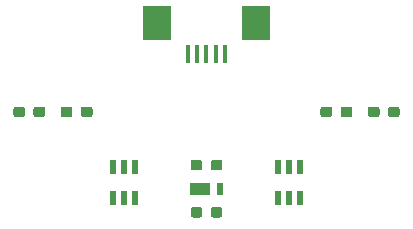
<source format=gtp>
G04 #@! TF.GenerationSoftware,KiCad,Pcbnew,(5.1.9-0-10_14)*
G04 #@! TF.CreationDate,2021-07-10T20:50:17+09:00*
G04 #@! TF.ProjectId,TouchSwitch,546f7563-6853-4776-9974-63682e6b6963,V1.0*
G04 #@! TF.SameCoordinates,Original*
G04 #@! TF.FileFunction,Paste,Top*
G04 #@! TF.FilePolarity,Positive*
%FSLAX46Y46*%
G04 Gerber Fmt 4.6, Leading zero omitted, Abs format (unit mm)*
G04 Created by KiCad (PCBNEW (5.1.9-0-10_14)) date 2021-07-10 20:50:17*
%MOMM*%
%LPD*%
G01*
G04 APERTURE LIST*
%ADD10R,0.500000X1.300000*%
%ADD11R,0.400000X1.600000*%
%ADD12R,2.400000X3.000000*%
%ADD13R,1.800000X1.000000*%
%ADD14R,0.600000X1.000000*%
G04 APERTURE END LIST*
D10*
X7950000Y-16700000D03*
X7000000Y-16700000D03*
X6050000Y-16700000D03*
X6050000Y-19300000D03*
X7950000Y-19300000D03*
X7000000Y-19300000D03*
X-6050000Y-16700000D03*
X-7000000Y-16700000D03*
X-7950000Y-16700000D03*
X-7950000Y-19300000D03*
X-6050000Y-19300000D03*
X-7000000Y-19300000D03*
G36*
G01*
X12350000Y-11775000D02*
X12350000Y-12225000D01*
G75*
G02*
X12125000Y-12450000I-225000J0D01*
G01*
X11575000Y-12450000D01*
G75*
G02*
X11350000Y-12225000I0J225000D01*
G01*
X11350000Y-11775000D01*
G75*
G02*
X11575000Y-11550000I225000J0D01*
G01*
X12125000Y-11550000D01*
G75*
G02*
X12350000Y-11775000I0J-225000D01*
G01*
G37*
G36*
G01*
X10650000Y-11775000D02*
X10650000Y-12225000D01*
G75*
G02*
X10425000Y-12450000I-225000J0D01*
G01*
X9875000Y-12450000D01*
G75*
G02*
X9650000Y-12225000I0J225000D01*
G01*
X9650000Y-11775000D01*
G75*
G02*
X9875000Y-11550000I225000J0D01*
G01*
X10425000Y-11550000D01*
G75*
G02*
X10650000Y-11775000I0J-225000D01*
G01*
G37*
G36*
G01*
X-12350000Y-12225000D02*
X-12350000Y-11775000D01*
G75*
G02*
X-12125000Y-11550000I225000J0D01*
G01*
X-11575000Y-11550000D01*
G75*
G02*
X-11350000Y-11775000I0J-225000D01*
G01*
X-11350000Y-12225000D01*
G75*
G02*
X-11575000Y-12450000I-225000J0D01*
G01*
X-12125000Y-12450000D01*
G75*
G02*
X-12350000Y-12225000I0J225000D01*
G01*
G37*
G36*
G01*
X-10650000Y-12225000D02*
X-10650000Y-11775000D01*
G75*
G02*
X-10425000Y-11550000I225000J0D01*
G01*
X-9875000Y-11550000D01*
G75*
G02*
X-9650000Y-11775000I0J-225000D01*
G01*
X-9650000Y-12225000D01*
G75*
G02*
X-9875000Y-12450000I-225000J0D01*
G01*
X-10425000Y-12450000D01*
G75*
G02*
X-10650000Y-12225000I0J225000D01*
G01*
G37*
D11*
X1600000Y-7100000D03*
X800000Y-7100000D03*
X0Y-7100000D03*
X-800000Y-7100000D03*
X-1600000Y-7100000D03*
D12*
X4200000Y-4500000D03*
X-4200000Y-4500000D03*
G36*
G01*
X1350000Y-16275000D02*
X1350000Y-16725000D01*
G75*
G02*
X1125000Y-16950000I-225000J0D01*
G01*
X575000Y-16950000D01*
G75*
G02*
X350000Y-16725000I0J225000D01*
G01*
X350000Y-16275000D01*
G75*
G02*
X575000Y-16050000I225000J0D01*
G01*
X1125000Y-16050000D01*
G75*
G02*
X1350000Y-16275000I0J-225000D01*
G01*
G37*
G36*
G01*
X-350000Y-16275000D02*
X-350000Y-16725000D01*
G75*
G02*
X-575000Y-16950000I-225000J0D01*
G01*
X-1125000Y-16950000D01*
G75*
G02*
X-1350000Y-16725000I0J225000D01*
G01*
X-1350000Y-16275000D01*
G75*
G02*
X-1125000Y-16050000I225000J0D01*
G01*
X-575000Y-16050000D01*
G75*
G02*
X-350000Y-16275000I0J-225000D01*
G01*
G37*
D13*
X-550000Y-18500000D03*
D14*
X1150000Y-18500000D03*
G36*
G01*
X16350000Y-11775000D02*
X16350000Y-12225000D01*
G75*
G02*
X16125000Y-12450000I-225000J0D01*
G01*
X15575000Y-12450000D01*
G75*
G02*
X15350000Y-12225000I0J225000D01*
G01*
X15350000Y-11775000D01*
G75*
G02*
X15575000Y-11550000I225000J0D01*
G01*
X16125000Y-11550000D01*
G75*
G02*
X16350000Y-11775000I0J-225000D01*
G01*
G37*
G36*
G01*
X14650000Y-11775000D02*
X14650000Y-12225000D01*
G75*
G02*
X14425000Y-12450000I-225000J0D01*
G01*
X13875000Y-12450000D01*
G75*
G02*
X13650000Y-12225000I0J225000D01*
G01*
X13650000Y-11775000D01*
G75*
G02*
X13875000Y-11550000I225000J0D01*
G01*
X14425000Y-11550000D01*
G75*
G02*
X14650000Y-11775000I0J-225000D01*
G01*
G37*
G36*
G01*
X-16350000Y-12225000D02*
X-16350000Y-11775000D01*
G75*
G02*
X-16125000Y-11550000I225000J0D01*
G01*
X-15575000Y-11550000D01*
G75*
G02*
X-15350000Y-11775000I0J-225000D01*
G01*
X-15350000Y-12225000D01*
G75*
G02*
X-15575000Y-12450000I-225000J0D01*
G01*
X-16125000Y-12450000D01*
G75*
G02*
X-16350000Y-12225000I0J225000D01*
G01*
G37*
G36*
G01*
X-14650000Y-12225000D02*
X-14650000Y-11775000D01*
G75*
G02*
X-14425000Y-11550000I225000J0D01*
G01*
X-13875000Y-11550000D01*
G75*
G02*
X-13650000Y-11775000I0J-225000D01*
G01*
X-13650000Y-12225000D01*
G75*
G02*
X-13875000Y-12450000I-225000J0D01*
G01*
X-14425000Y-12450000D01*
G75*
G02*
X-14650000Y-12225000I0J225000D01*
G01*
G37*
G36*
G01*
X-1350000Y-20725000D02*
X-1350000Y-20275000D01*
G75*
G02*
X-1125000Y-20050000I225000J0D01*
G01*
X-575000Y-20050000D01*
G75*
G02*
X-350000Y-20275000I0J-225000D01*
G01*
X-350000Y-20725000D01*
G75*
G02*
X-575000Y-20950000I-225000J0D01*
G01*
X-1125000Y-20950000D01*
G75*
G02*
X-1350000Y-20725000I0J225000D01*
G01*
G37*
G36*
G01*
X350000Y-20725000D02*
X350000Y-20275000D01*
G75*
G02*
X575000Y-20050000I225000J0D01*
G01*
X1125000Y-20050000D01*
G75*
G02*
X1350000Y-20275000I0J-225000D01*
G01*
X1350000Y-20725000D01*
G75*
G02*
X1125000Y-20950000I-225000J0D01*
G01*
X575000Y-20950000D01*
G75*
G02*
X350000Y-20725000I0J225000D01*
G01*
G37*
M02*

</source>
